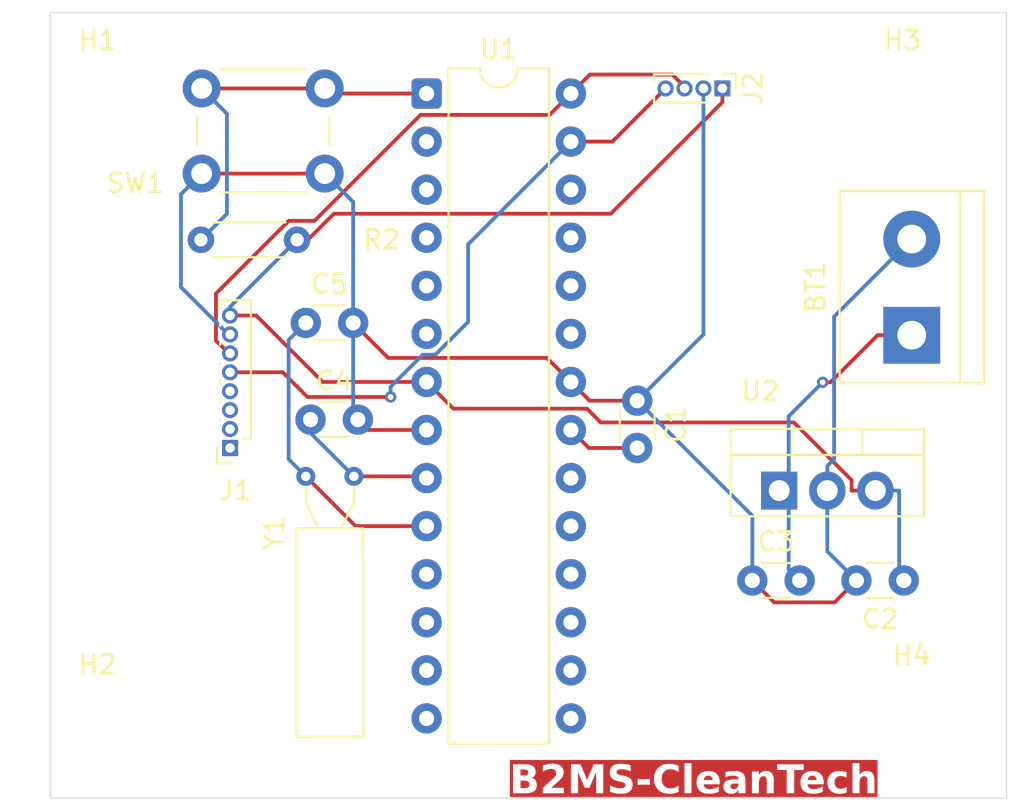
<source format=kicad_pcb>
(kicad_pcb (version 20241229) (generator "pcbnew") (generator_version "9.0")
  (layers (0 "F.Cu" signal) (2 "B.Cu" signal) (13 "F.Paste" user) (15 "B.Paste" user) (5 "F.SilkS" user "F.Silkscreen") (7 "B.SilkS" user "B.Silkscreen") (1 "F.Mask" user) (3 "B.Mask" user) (25 "Edge.Cuts" user))
  (net 0 "")
  (net 1 "GND")
  (net 2 "Vin")
  (net 3 "Net-(U1-AREF)")
  (net 4 "SCL")
  (net 5 "VCC")
  (net 7 "SDA")
  (net 10 "Net-(U1-~{RESET}{slash}PC6)")
  (net 13 "Net-(U1-XTAL1{slash}PB6)")
  (net 29 "Net-(U1-XTAL2{slash}PB7)")
  (footprint "Capacitor_THT:C_Disc_D3.0mm_W1.6mm_P2.50mm" (layer "F.Cu") (at 130 84.5 -90)
    (property "Reference" "C1" (at 1.25 -2.05 90) (layer "F.SilkS"))
    (property "Value" "0.1uF")
    (fp_line (start 0.485 0.92) (end 2.015 0.92) (stroke (width 0.12)) (layer "F.SilkS"))
    (fp_line (start 0.485 -0.92) (end 2.015 -0.92) (stroke (width 0.12)) (layer "F.SilkS"))
    (pad "1" thru_hole circle (at 0 0 270) (size 1.6 1.6) (drill 0.8) (layers "*.Cu" "*.Mask") (net 1 "GND"))
    (pad "2" thru_hole circle (at 2.5 0 270) (size 1.6 1.6) (drill 0.8) (layers "*.Cu" "*.Mask") (net 3 "Net-(U1-AREF)"))
  )
  (footprint "Capacitor_THT:C_Disc_D3.0mm_W1.6mm_P2.50mm" (layer "F.Cu") (at 112.75 85.5)
    (property "Reference" "C4" (at 1.25 -2.05 0) (layer "F.SilkS"))
    (property "Value" "22pF")
    (fp_line (start 0.485 -0.92) (end 2.015 -0.92) (stroke (width 0.12)) (layer "F.SilkS"))
    (fp_line (start 0.485 0.92) (end 2.015 0.92) (stroke (width 0.12)) (layer "F.SilkS"))
    (pad "1" thru_hole circle (at 0 0) (size 1.6 1.6) (drill 0.8) (layers "*.Cu" "*.Mask") (net 13 "Net-(U1-XTAL1{slash}PB6)"))
    (pad "2" thru_hole circle (at 2.5 0) (size 1.6 1.6) (drill 0.8) (layers "*.Cu" "*.Mask") (net 1 "GND"))
  )
  (footprint "Capacitor_THT:C_Disc_D3.0mm_W1.6mm_P2.50mm" (layer "F.Cu") (at 144.08 94 180)
    (property "Reference" "C2" (at 1.25 -2.05 0) (layer "F.SilkS"))
    (property "Value" "100nF")
    (fp_line (start 0.485 0.92) (end 2.015 0.92) (stroke (width 0.12)) (layer "F.SilkS"))
    (fp_line (start 0.485 -0.92) (end 2.015 -0.92) (stroke (width 0.12)) (layer "F.SilkS"))
    (pad "1" thru_hole circle (at 0 0 180) (size 1.6 1.6) (drill 0.8) (layers "*.Cu" "*.Mask") (net 5 "VCC"))
    (pad "2" thru_hole circle (at 2.5 0 180) (size 1.6 1.6) (drill 0.8) (layers "*.Cu" "*.Mask") (net 1 "GND"))
  )
  (footprint "MountingHole:MountingHole_2.1mm" (layer "F.Cu") (at 144.5 101)
    (property "Reference" "H4" (at 0 -3.05 0) (layer "F.SilkS"))
    (property "Value" "MountingHole")
    (pad "" np_thru_hole circle (at 0 0) (size 2.1 2.1) (drill 2.1) (layers "*.Cu" "*.Mask"))
  )
  (footprint "MountingHole:MountingHole_2.1mm" (layer "F.Cu") (at 144 68.5)
    (property "Reference" "H3" (at 0 -3.05 0) (layer "F.SilkS"))
    (property "Value" "MountingHole")
    (pad "" np_thru_hole circle (at 0 0) (size 2.1 2.1) (drill 2.1) (layers "*.Cu" "*.Mask"))
  )
  (footprint "Button_Switch_THT:SW_PUSH_6mm" (layer "F.Cu") (at 113.5 72.5 180)
    (property "Reference" "SW1" (at 10 -0.5 0) (layer "F.SilkS"))
    (property "Value" "SW_Push")
    (fp_line (start 6.75 3) (end 6.75 1.5) (stroke (width 0.12)) (layer "F.SilkS"))
    (fp_line (start 5.5 -1) (end 1 -1) (stroke (width 0.12)) (layer "F.SilkS"))
    (fp_line (start 1 5.5) (end 5.5 5.5) (stroke (width 0.12)) (layer "F.SilkS"))
    (fp_line (start -0.25 1.5) (end -0.25 3) (stroke (width 0.12)) (layer "F.SilkS"))
    (pad "1" thru_hole circle (at 0 0 270) (size 2 2) (drill 1.1) (layers "*.Cu" "*.Mask") (net 1 "GND"))
    (pad "1" thru_hole circle (at 6.5 0 270) (size 2 2) (drill 1.1) (layers "*.Cu" "*.Mask") (net 1 "GND"))
    (pad "2" thru_hole circle (at 0 4.5 270) (size 2 2) (drill 1.1) (layers "*.Cu" "*.Mask") (net 10 "Net-(U1-~{RESET}{slash}PC6)"))
    (pad "2" thru_hole circle (at 6.5 4.5 270) (size 2 2) (drill 1.1) (layers "*.Cu" "*.Mask") (net 10 "Net-(U1-~{RESET}{slash}PC6)"))
  )
  (footprint "Package_DIP:DIP-28_W7.62mm" (layer "F.Cu") (at 118.88 68.27)
    (property "Reference" "U1" (at 3.81 -2.33 0) (layer "F.SilkS"))
    (property "Value" "ATmega328P-P")
    (fp_line (start 1.16 -1.33) (end 1.16 34.35) (stroke (width 0.12)) (layer "F.SilkS"))
    (fp_line (start 1.16 34.35) (end 6.46 34.35) (stroke (width 0.12)) (layer "F.SilkS"))
    (fp_line (start 2.81 -1.33) (end 1.16 -1.33) (stroke (width 0.12)) (layer "F.SilkS"))
    (fp_line (start 6.46 -1.33) (end 4.81 -1.33) (stroke (width 0.12)) (layer "F.SilkS"))
    (fp_line (start 6.46 34.35) (end 6.46 -1.33) (stroke (width 0.12)) (layer "F.SilkS"))
    (fp_arc (start 4.81 -1.33) (mid 3.81 -0.33) (end 2.81 -1.33) (stroke (width 0.12)) (layer "F.SilkS"))
    (pad "1" thru_hole roundrect (at 0 0) (size 1.6 1.6) (drill 0.8) (layers "*.Cu" "*.Mask") (roundrect_rratio 0.15625) (net 10 "Net-(U1-~{RESET}{slash}PC6)"))
    (pad "2" thru_hole circle (at 0 2.54) (size 1.6 1.6) (drill 0.8) (layers "*.Cu" "*.Mask"))
    (pad "3" thru_hole circle (at 0 5.08) (size 1.6 1.6) (drill 0.8) (layers "*.Cu" "*.Mask"))
    (pad "4" thru_hole circle (at 0 7.62) (size 1.6 1.6) (drill 0.8) (layers "*.Cu" "*.Mask"))
    (pad "5" thru_hole circle (at 0 10.16) (size 1.6 1.6) (drill 0.8) (layers "*.Cu" "*.Mask"))
    (pad "6" thru_hole circle (at 0 12.7) (size 1.6 1.6) (drill 0.8) (layers "*.Cu" "*.Mask"))
    (pad "7" thru_hole circle (at 0 15.24) (size 1.6 1.6) (drill 0.8) (layers "*.Cu" "*.Mask") (net 5 "VCC"))
    (pad "8" thru_hole circle (at 0 17.78) (size 1.6 1.6) (drill 0.8) (layers "*.Cu" "*.Mask") (net 1 "GND"))
    (pad "9" thru_hole circle (at 0 20.32) (size 1.6 1.6) (drill 0.8) (layers "*.Cu" "*.Mask") (net 13 "Net-(U1-XTAL1{slash}PB6)"))
    (pad "10" thru_hole circle (at 0 22.86) (size 1.6 1.6) (drill 0.8) (layers "*.Cu" "*.Mask") (net 29 "Net-(U1-XTAL2{slash}PB7)"))
    (pad "11" thru_hole circle (at 0 25.4) (size 1.6 1.6) (drill 0.8) (layers "*.Cu" "*.Mask"))
    (pad "12" thru_hole circle (at 0 27.94) (size 1.6 1.6) (drill 0.8) (layers "*.Cu" "*.Mask"))
    (pad "13" thru_hole circle (at 0 30.48) (size 1.6 1.6) (drill 0.8) (layers "*.Cu" "*.Mask"))
    (pad "14" thru_hole circle (at 0 33.02) (size 1.6 1.6) (drill 0.8) (layers "*.Cu" "*.Mask"))
    (pad "15" thru_hole circle (at 7.62 33.02) (size 1.6 1.6) (drill 0.8) (layers "*.Cu" "*.Mask"))
    (pad "16" thru_hole circle (at 7.62 30.48) (size 1.6 1.6) (drill 0.8) (layers "*.Cu" "*.Mask"))
    (pad "17" thru_hole circle (at 7.62 27.94) (size 1.6 1.6) (drill 0.8) (layers "*.Cu" "*.Mask"))
    (pad "18" thru_hole circle (at 7.62 25.4) (size 1.6 1.6) (drill 0.8) (layers "*.Cu" "*.Mask"))
    (pad "19" thru_hole circle (at 7.62 22.86) (size 1.6 1.6) (drill 0.8) (layers "*.Cu" "*.Mask"))
    (pad "20" thru_hole circle (at 7.62 20.32) (size 1.6 1.6) (drill 0.8) (layers "*.Cu" "*.Mask"))
    (pad "21" thru_hole circle (at 7.62 17.78) (size 1.6 1.6) (drill 0.8) (layers "*.Cu" "*.Mask") (net 3 "Net-(U1-AREF)"))
    (pad "22" thru_hole circle (at 7.62 15.24) (size 1.6 1.6) (drill 0.8) (layers "*.Cu" "*.Mask") (net 1 "GND"))
    (pad "23" thru_hole circle (at 7.62 12.7) (size 1.6 1.6) (drill 0.8) (layers "*.Cu" "*.Mask"))
    (pad "24" thru_hole circle (at 7.62 10.16) (size 1.6 1.6) (drill 0.8) (layers "*.Cu" "*.Mask"))
    (pad "25" thru_hole circle (at 7.62 7.62) (size 1.6 1.6) (drill 0.8) (layers "*.Cu" "*.Mask"))
    (pad "26" thru_hole circle (at 7.62 5.08) (size 1.6 1.6) (drill 0.8) (layers "*.Cu" "*.Mask"))
    (pad "27" thru_hole circle (at 7.62 2.54) (size 1.6 1.6) (drill 0.8) (layers "*.Cu" "*.Mask") (net 7 "SDA"))
    (pad "28" thru_hole circle (at 7.62 0) (size 1.6 1.6) (drill 0.8) (layers "*.Cu" "*.Mask") (net 4 "SCL"))
  )
  (footprint "Package_TO_SOT_THT:TO-220-3_Vertical" (layer "F.Cu") (at 137.5 89.25)
    (property "Reference" "U2" (at -1 -5.25 0) (layer "F.SilkS"))
    (property "Value" "LM7805_TO220")
    (fp_line (start -2.57 -3.26) (end -2.57 1.36) (stroke (width 0.12)) (layer "F.SilkS"))
    (fp_line (start -2.57 -3.26) (end 7.65 -3.26) (stroke (width 0.12)) (layer "F.SilkS"))
    (fp_line (start -2.57 -1.88) (end 7.65 -1.88) (stroke (width 0.12)) (layer "F.SilkS"))
    (fp_line (start -2.57 1.36) (end 7.65 1.36) (stroke (width 0.12)) (layer "F.SilkS"))
    (fp_line (start 0.69 -3.26) (end 0.69 -1.88) (stroke (width 0.12)) (layer "F.SilkS"))
    (fp_line (start 4.39 -3.26) (end 4.39 -1.88) (stroke (width 0.12)) (layer "F.SilkS"))
    (fp_line (start 7.65 -3.26) (end 7.65 1.36) (stroke (width 0.12)) (layer "F.SilkS"))
    (pad "1" thru_hole rect (at 0 0) (size 1.905 2) (drill 1.1) (layers "*.Cu" "*.Mask") (net 2 "Vin"))
    (pad "2" thru_hole oval (at 2.54 0) (size 1.905 2) (drill 1.1) (layers "*.Cu" "*.Mask") (net 1 "GND"))
    (pad "3" thru_hole oval (at 5.08 0) (size 1.905 2) (drill 1.1) (layers "*.Cu" "*.Mask") (net 5 "VCC"))
  )
  (footprint "Crystal:Crystal_AT310_D3.0mm_L10.0mm_Horizontal" (layer "F.Cu") (at 112.5 88.5)
    (property "Reference" "Y1" (at -1.67 3.0025 90) (layer "F.SilkS"))
    (property "Value" "Crystal")
    (fp_line (start 0 1.37) (end 0 0.56) (stroke (width 0.12)) (layer "F.SilkS"))
    (fp_line (start 0.67 2.74) (end 0 1.37) (stroke (width 0.12)) (layer "F.SilkS"))
    (fp_line (start 1.87 2.74) (end 2.54 1.37) (stroke (width 0.12)) (layer "F.SilkS"))
    (fp_line (start 2.54 1.37) (end 2.54 0.56) (stroke (width 0.12)) (layer "F.SilkS"))
    (fp_rect (start -0.49 2.74) (end 3.03 13.76) (stroke (width 0.12)) (fill no) (layer "F.SilkS"))
    (pad "1" thru_hole circle (at 0 0) (size 1 1) (drill 0.5) (layers "*.Cu" "*.Mask") (net 29 "Net-(U1-XTAL2{slash}PB7)"))
    (pad "2" thru_hole circle (at 2.54 0) (size 1 1) (drill 0.5) (layers "*.Cu" "*.Mask") (net 13 "Net-(U1-XTAL1{slash}PB6)"))
  )
  (footprint "MountingHole:MountingHole_2.1mm" (layer "F.Cu") (at 101.5 68.5)
    (property "Reference" "H1" (at 0 -3.05 0) (layer "F.SilkS"))
    (property "Value" "MountingHole")
    (pad "" np_thru_hole circle (at 0 0) (size 2.1 2.1) (drill 2.1) (layers "*.Cu" "*.Mask"))
  )
  (footprint "TerminalBlock:TerminalBlock_bornier-2_P5.08mm" (layer "F.Cu") (at 144.5 81.04 90)
    (property "Reference" "BT1" (at 2.54 -5.08 90) (layer "F.SilkS"))
    (property "Value" "Battery")
    (fp_line (start 7.62 -3.81) (end -2.54 -3.81) (stroke (width 0.12)) (layer "F.SilkS"))
    (fp_line (start -2.54 -3.81) (end -2.54 3.81) (stroke (width 0.12)) (layer "F.SilkS"))
    (fp_line (start 7.62 2.54) (end -2.54 2.54) (stroke (width 0.12)) (layer "F.SilkS"))
    (fp_line (start 7.62 3.81) (end 7.62 -3.81) (stroke (width 0.12)) (layer "F.SilkS"))
    (fp_line (start -2.54 3.81) (end 7.62 3.81) (stroke (width 0.12)) (layer "F.SilkS"))
    (pad "1" thru_hole rect (at 0 0 90) (size 3 3) (drill 1.52) (layers "*.Cu" "*.Mask") (net 2 "Vin"))
    (pad "2" thru_hole circle (at 5.08 0 90) (size 3 3) (drill 1.52) (layers "*.Cu" "*.Mask") (net 1 "GND"))
  )
  (footprint "MountingHole:MountingHole_2.1mm" (layer "F.Cu") (at 101.5 101.5)
    (property "Reference" "H2" (at 0 -3.05 0) (layer "F.SilkS"))
    (property "Value" "MountingHole")
    (pad "" np_thru_hole circle (at 0 0) (size 2.1 2.1) (drill 2.1) (layers "*.Cu" "*.Mask"))
  )
  (footprint "Connector_PinSocket_1.00mm:PinSocket_1x08_P1.00mm_Vertical" (layer "F.Cu") (at 108.5 87 180)
    (property "Reference" "J1" (at -0.29 -2.25 0) (layer "F.SilkS"))
    (property "Value" "Conn_01x08")
    (fp_line (start 0.685 -0.81) (end 0.685 0) (stroke (width 0.12)) (layer "F.SilkS"))
    (fp_line (start 0.52 7.445898) (end 0.52 7.81) (stroke (width 0.12)) (layer "F.SilkS"))
    (fp_line (start 0.52 6.445898) (end 0.52 6.554102) (stroke (width 0.12)) (layer "F.SilkS"))
    (fp_line (start 0.52 5.445898) (end 0.52 5.554102) (stroke (width 0.12)) (layer "F.SilkS"))
    (fp_line (start 0.52 4.445898) (end 0.52 4.554102) (stroke (width 0.12)) (layer "F.SilkS"))
    (fp_line (start 0.52 3.445898) (end 0.52 3.554102) (stroke (width 0.12)) (layer "F.SilkS"))
    (fp_line (start 0.52 2.445898) (end 0.52 2.554102) (stroke (width 0.12)) (layer "F.SilkS"))
    (fp_line (start 0.52 1.445898) (end 0.52 1.554102) (stroke (width 0.12)) (layer "F.SilkS"))
    (fp_line (start 0 -0.81) (end 0.685 -0.81) (stroke (width 0.12)) (layer "F.SilkS"))
    (fp_line (start -1.1 7.81) (end 0.52 7.81) (stroke (width 0.12)) (layer "F.SilkS"))
    (fp_line (start -1.1 0.5) (end -0.685 0.5) (stroke (width 0.12)) (layer "F.SilkS"))
    (fp_line (start -1.1 0.5) (end -1.1 7.81) (stroke (width 0.12)) (layer "F.SilkS"))
    (pad "1" thru_hole rect (at 0 0 180) (size 0.85 0.85) (drill 0.5) (layers "*.Cu" "*.Mask"))
    (pad "2" thru_hole circle (at 0 1 180) (size 0.85 0.85) (drill 0.5) (layers "*.Cu" "*.Mask"))
    (pad "3" thru_hole circle (at 0 2 180) (size 0.85 0.85) (drill 0.5) (layers "*.Cu" "*.Mask"))
    (pad "4" thru_hole circle (at 0 3 180) (size 0.85 0.85) (drill 0.5) (layers "*.Cu" "*.Mask"))
    (pad "5" thru_hole circle (at 0 4 180) (size 0.85 0.85) (drill 0.5) (layers "*.Cu" "*.Mask") (net 7 "SDA"))
    (pad "6" thru_hole circle (at 0 5 180) (size 0.85 0.85) (drill 0.5) (layers "*.Cu" "*.Mask") (net 4 "SCL"))
    (pad "7" thru_hole circle (at 0 6 180) (size 0.85 0.85) (drill 0.5) (layers "*.Cu" "*.Mask") (net 1 "GND"))
    (pad "8" thru_hole circle (at 0 7 180) (size 0.85 0.85) (drill 0.5) (layers "*.Cu" "*.Mask") (net 5 "VCC"))
  )
  (footprint "Capacitor_THT:C_Disc_D3.0mm_W1.6mm_P2.50mm" (layer "F.Cu") (at 112.5 80.39)
    (property "Reference" "C5" (at 1.25 -2.05 0) (layer "F.SilkS"))
    (property "Value" "22pF")
    (fp_line (start 0.485 -0.92) (end 2.015 -0.92) (stroke (width 0.12)) (layer "F.SilkS"))
    (fp_line (start 0.485 0.92) (end 2.015 0.92) (stroke (width 0.12)) (layer "F.SilkS"))
    (pad "1" thru_hole circle (at 0 0) (size 1.6 1.6) (drill 0.8) (layers "*.Cu" "*.Mask") (net 29 "Net-(U1-XTAL2{slash}PB7)"))
    (pad "2" thru_hole circle (at 2.5 0) (size 1.6 1.6) (drill 0.8) (layers "*.Cu" "*.Mask") (net 1 "GND"))
  )
  (footprint "Connector_PinHeader_1.00mm:PinHeader_1x04_P1.00mm_Vertical" (layer "F.Cu") (at 134.5 68 -90)
    (property "Reference" "J2" (at 0 -1.61 90) (layer "F.SilkS"))
    (property "Value" "Conn_01x04")
    (fp_line (start -0.745 3.61) (end -0.41003 3.61) (stroke (width 0.12)) (layer "F.SilkS"))
    (fp_line (start 0.41003 3.61) (end 0.745 3.61) (stroke (width 0.12)) (layer "F.SilkS"))
    (fp_line (start -0.745 0.735) (end -0.745 3.61) (stroke (width 0.12)) (layer "F.SilkS"))
    (fp_line (start -0.745 0.735) (end -0.685565 0.735) (stroke (width 0.12)) (layer "F.SilkS"))
    (fp_line (start 0.685565 0.735) (end 0.745 0.735) (stroke (width 0.12)) (layer "F.SilkS"))
    (fp_line (start 0.745 0.735) (end 0.745 3.61) (stroke (width 0.12)) (layer "F.SilkS"))
    (fp_line (start -0.745 0) (end -0.745 -0.735) (stroke (width 0.12)) (layer "F.SilkS"))
    (fp_line (start -0.745 -0.735) (end 0 -0.735) (stroke (width 0.12)) (layer "F.SilkS"))
    (pad "1" thru_hole rect (at 0 0 270) (size 0.85 0.85) (drill 0.5) (layers "*.Cu" "*.Mask") (net 5 "VCC"))
    (pad "2" thru_hole circle (at 0 1 270) (size 0.85 0.85) (drill 0.5) (layers "*.Cu" "*.Mask") (net 1 "GND"))
    (pad "3" thru_hole circle (at 0 2 270) (size 0.85 0.85) (drill 0.5) (layers "*.Cu" "*.Mask") (net 4 "SCL"))
    (pad "4" thru_hole circle (at 0 3 270) (size 0.85 0.85) (drill 0.5) (layers "*.Cu" "*.Mask") (net 7 "SDA"))
  )
  (footprint "Capacitor_THT:C_Disc_D3.0mm_W1.6mm_P2.50mm" (layer "F.Cu") (at 136.08 94)
    (property "Reference" "C3" (at 1.25 -2.05 0) (layer "F.SilkS"))
    (property "Value" "330nF")
    (fp_line (start 0.485 -0.92) (end 2.015 -0.92) (stroke (width 0.12)) (layer "F.SilkS"))
    (fp_line (start 0.485 0.92) (end 2.015 0.92) (stroke (width 0.12)) (layer "F.SilkS"))
    (pad "1" thru_hole circle (at 0 0) (size 1.6 1.6) (drill 0.8) (layers "*.Cu" "*.Mask") (net 1 "GND"))
    (pad "2" thru_hole circle (at 2.5 0) (size 1.6 1.6) (drill 0.8) (layers "*.Cu" "*.Mask") (net 2 "Vin"))
  )
  (footprint "Resistor_THT:R_Axial_DIN0204_L3.6mm_D1.6mm_P5.08mm_Horizontal" (layer "F.Cu") (at 106.96 76)
    (property "Reference" "R2" (at 9.54 0 0) (layer "F.SilkS"))
    (property "Value" "1k")
    (fp_line (start 0.62 -0.92) (end 4.46 -0.92) (stroke (width 0.12)) (layer "F.SilkS"))
    (fp_line (start 0.62 0.92) (end 4.46 0.92) (stroke (width 0.12)) (layer "F.SilkS"))
    (pad "1" thru_hole circle (at 0 0) (size 1.4 1.4) (drill 0.7) (layers "*.Cu" "*.Mask") (net 10 "Net-(U1-~{RESET}{slash}PC6)"))
    (pad "2" thru_hole circle (at 5.08 0) (size 1.4 1.4) (drill 0.7) (layers "*.Cu" "*.Mask") (net 5 "VCC"))
  )
  (gr_rect (start 99 64) (end 149.5 105.5) (stroke (width 0.05)) (fill no) (layer "Edge.Cuts"))
  (gr_text "B2MS-CleanTech" (at 123.25 105.5 0) (layer "F.Cu" knockout) (effects (font (size 1.5 1.5) (thickness 0.3) (bold yes)) (justify left bottom)))
  (segment (start 116.85 82.24) (end 125.23 82.24) (width 0.2) (layer "F.Cu") (net 1))
  (segment (start 130 84.5) (end 127.49 84.5) (width 0.2) (layer "F.Cu") (net 1))
  (segment (start 127.49 84.5) (end 126.5 83.51) (width 0.2) (layer "F.Cu") (net 1))
  (segment (start 115 80.39) (end 116.85 82.24) (width 0.2) (layer "F.Cu") (net 1))
  (segment (start 141.58 94) (end 140.4238 95.1562) (width 0.2) (layer "F.Cu") (net 1))
  (segment (start 118.88 86.05) (end 115.8 86.05) (width 0.2) (layer "F.Cu") (net 1))
  (segment (start 115.8 86.05) (end 115.25 85.5) (width 0.2) (layer "F.Cu") (net 1))
  (segment (start 113.5 72.5) (end 107 72.5) (width 0.2) (layer "F.Cu") (net 1))
  (segment (start 140.4238 95.1562) (end 137.2362 95.1562) (width 0.2) (layer "F.Cu") (net 1))
  (segment (start 125.23 82.24) (end 126.5 83.51) (width 0.2) (layer "F.Cu") (net 1))
  (segment (start 137.2362 95.1562) (end 136.08 94) (width 0.2) (layer "F.Cu") (net 1))
  (segment (start 105.9079 78.4985) (end 105.9079 73.5921) (width 0.2) (layer "B.Cu") (net 1))
  (segment (start 108.5 81) (end 108.4094 81) (width 0.2) (layer "B.Cu") (net 1))
  (segment (start 140.04 89.25) (end 140.04 92.46) (width 0.2) (layer "B.Cu") (net 1))
  (segment (start 108.4094 81) (end 105.9079 78.4985) (width 0.2) (layer "B.Cu") (net 1))
  (segment (start 140.04 89.25) (end 140.04 87.9483) (width 0.2) (layer "B.Cu") (net 1))
  (segment (start 115 80.39) (end 115 85.25) (width 0.2) (layer "B.Cu") (net 1))
  (segment (start 140.04 92.46) (end 141.58 94) (width 0.2) (layer "B.Cu") (net 1))
  (segment (start 140.3985 87.5898) (end 140.3985 80.0615) (width 0.2) (layer "B.Cu") (net 1))
  (segment (start 115 85.25) (end 115.25 85.5) (width 0.2) (layer "B.Cu") (net 1))
  (segment (start 115 74) (end 115 80.39) (width 0.2) (layer "B.Cu") (net 1))
  (segment (start 136.08 94) (end 136.08 90.58) (width 0.2) (layer "B.Cu") (net 1))
  (segment (start 140.04 87.9483) (end 140.3985 87.5898) (width 0.2) (layer "B.Cu") (net 1))
  (segment (start 136.08 90.58) (end 130 84.5) (width 0.2) (layer "B.Cu") (net 1))
  (segment (start 113.5 72.5) (end 115 74) (width 0.2) (layer "B.Cu") (net 1))
  (segment (start 105.9079 73.5921) (end 107 72.5) (width 0.2) (layer "B.Cu") (net 1))
  (segment (start 133.5 81) (end 130 84.5) (width 0.2) (layer "B.Cu") (net 1))
  (segment (start 133.5 68) (end 133.5 81) (width 0.2) (layer "B.Cu") (net 1))
  (segment (start 140.3985 80.0615) (end 144.5 75.96) (width 0.2) (layer "B.Cu") (net 1))
  (segment (start 144.5 81.04) (end 142.6983 81.04) (width 0.2) (layer "F.Cu") (net 2))
  (segment (start 142.6983 81.04) (end 140.2101 83.5282) (width 0.2) (layer "F.Cu") (net 2))
  (segment (start 140.2101 83.5282) (end 139.7968 83.5282) (width 0.2) (layer "F.Cu") (net 2))
  (via (at 139.7968 83.5282) (size 0.6) (drill 0.3) (layers "F.Cu" "B.Cu") (net 2))
  (segment (start 138.0021 93.4221) (end 138.58 94) (width 0.2) (layer "B.Cu") (net 2))
  (segment (start 139.7968 83.5282) (end 138.0021 85.3229) (width 0.2) (layer "B.Cu") (net 2))
  (segment (start 138.0021 85.3229) (end 138.0021 89.25) (width 0.2) (layer "B.Cu") (net 2))
  (segment (start 138.0021 89.25) (end 138.0021 93.4221) (width 0.2) (layer "B.Cu") (net 2))
  (segment (start 137.5 89.25) (end 138.0021 89.25) (width 0.2) (layer "B.Cu") (net 2))
  (segment (start 127.45 87) (end 130 87) (width 0.2) (layer "F.Cu") (net 3))
  (segment (start 126.5 86.05) (end 127.45 87) (width 0.2) (layer "F.Cu") (net 3))
  (segment (start 127.5031 67.2669) (end 126.5 68.27) (width 0.2) (layer "F.Cu") (net 4))
  (segment (start 107.7555 78.8413) (end 107.7555 81.325) (width 0.2) (layer "F.Cu") (net 4))
  (segment (start 118.5584 69.3989) (end 112.959 74.9983) (width 0.2) (layer "F.Cu") (net 4))
  (segment (start 125.3711 69.3989) (end 118.5584 69.3989) (width 0.2) (layer "F.Cu") (net 4))
  (segment (start 131.8576 67.2669) (end 127.5031 67.2669) (width 0.2) (layer "F.Cu") (net 4))
  (segment (start 108.4305 82) (end 108.5 82) (width 0.2) (layer "F.Cu") (net 4))
  (segment (start 132.5 67.9093) (end 131.8576 67.2669) (width 0.2) (layer "F.Cu") (net 4))
  (segment (start 132.5 68) (end 132.5 67.9093) (width 0.2) (layer "F.Cu") (net 4))
  (segment (start 112.959 74.9983) (end 111.5985 74.9983) (width 0.2) (layer "F.Cu") (net 4))
  (segment (start 126.5 68.27) (end 125.3711 69.3989) (width 0.2) (layer "F.Cu") (net 4))
  (segment (start 111.5985 74.9983) (end 107.7555 78.8413) (width 0.2) (layer "F.Cu") (net 4))
  (segment (start 107.7555 81.325) (end 108.4305 82) (width 0.2) (layer "F.Cu") (net 4))
  (segment (start 141.3258 89.25) (end 141.3258 88.7013) (width 0.2) (layer "F.Cu") (net 5))
  (segment (start 113.394 83.51) (end 109.884 80) (width 0.2) (layer "F.Cu") (net 5))
  (segment (start 112.04 76) (end 112.6079 76) (width 0.2) (layer "F.Cu") (net 5))
  (segment (start 109.884 80) (end 108.5 80) (width 0.2) (layer "F.Cu") (net 5))
  (segment (start 141.3258 88.7013) (end 138.2743 85.6498) (width 0.2) (layer "F.Cu") (net 5))
  (segment (start 128.6052 74.6215) (end 134.5 68.7267) (width 0.2) (layer "F.Cu") (net 5))
  (segment (start 113.9864 74.6215) (end 128.6052 74.6215) (width 0.2) (layer "F.Cu") (net 5))
  (segment (start 118.88 83.51) (end 113.394 83.51) (width 0.2) (layer "F.Cu") (net 5))
  (segment (start 127.3456 84.9215) (end 120.2915 84.9215) (width 0.2) (layer "F.Cu") (net 5))
  (segment (start 134.5 68) (end 134.5 68.7267) (width 0.2) (layer "F.Cu") (net 5))
  (segment (start 142.58 89.25) (end 141.3258 89.25) (width 0.2) (layer "F.Cu") (net 5))
  (segment (start 128.0739 85.6498) (end 127.3456 84.9215) (width 0.2) (layer "F.Cu") (net 5))
  (segment (start 138.2743 85.6498) (end 128.0739 85.6498) (width 0.2) (layer "F.Cu") (net 5))
  (segment (start 120.2915 84.9215) (end 118.88 83.51) (width 0.2) (layer "F.Cu") (net 5))
  (segment (start 112.6079 76) (end 113.9864 74.6215) (width 0.2) (layer "F.Cu") (net 5))
  (segment (start 142.58 89.25) (end 143.8342 89.25) (width 0.2) (layer "B.Cu") (net 5))
  (segment (start 108.5 79.54) (end 112.04 76) (width 0.2) (layer "B.Cu") (net 5))
  (segment (start 108.5 80) (end 108.5 79.54) (width 0.2) (layer "B.Cu") (net 5))
  (segment (start 143.8342 89.25) (end 143.8342 93.7542) (width 0.2) (layer "B.Cu") (net 5))
  (segment (start 143.8342 93.7542) (end 144.08 94) (width 0.2) (layer "B.Cu") (net 5))
  (segment (start 131.5 68) (end 128.69 70.81) (width 0.2) (layer "F.Cu") (net 7))
  (segment (start 116.9806 84.3048) (end 112.5866 84.3048) (width 0.2) (layer "F.Cu") (net 7))
  (segment (start 128.69 70.81) (end 126.5 70.81) (width 0.2) (layer "F.Cu") (net 7))
  (segment (start 112.5866 84.3048) (end 111.2818 83) (width 0.2) (layer "F.Cu") (net 7))
  (segment (start 111.2818 83) (end 108.5 83) (width 0.2) (layer "F.Cu") (net 7))
  (via (at 116.9806 84.3048) (size 0.6) (drill 0.3) (layers "F.Cu" "B.Cu") (net 7))
  (segment (start 119.3387 82.0717) (end 118.6754 82.0717) (width 0.2) (layer "B.Cu") (net 7))
  (segment (start 121.0715 80.3389) (end 119.3387 82.0717) (width 0.2) (layer "B.Cu") (net 7))
  (segment (start 121.0715 76.2385) (end 121.0715 80.3389) (width 0.2) (layer "B.Cu") (net 7))
  (segment (start 126.5 70.81) (end 121.0715 76.2385) (width 0.2) (layer "B.Cu") (net 7))
  (segment (start 116.9806 83.7665) (end 116.9806 84.3048) (width 0.2) (layer "B.Cu") (net 7))
  (segment (start 118.6754 82.0717) (end 116.9806 83.7665) (width 0.2) (layer "B.Cu") (net 7))
  (segment (start 118.88 68.27) (end 113.77 68.27) (width 0.2) (layer "F.Cu") (net 10))
  (segment (start 113.5 68) (end 107 68) (width 0.2) (layer "F.Cu") (net 10))
  (segment (start 113.77 68.27) (end 113.5 68) (width 0.2) (layer "F.Cu") (net 10))
  (segment (start 108.3358 69.3358) (end 107 68) (width 0.2) (layer "B.Cu") (net 10))
  (segment (start 106.96 76) (end 108.3358 74.6242) (width 0.2) (layer "B.Cu") (net 10))
  (segment (start 108.3358 74.6242) (end 108.3358 69.3358) (width 0.2) (layer "B.Cu") (net 10))
  (segment (start 118.79 88.5) (end 118.88 88.59) (width 0.2) (layer "F.Cu") (net 13))
  (segment (start 115.04 88.5) (end 118.79 88.5) (width 0.2) (layer "F.Cu") (net 13))
  (segment (start 112.75 85.5) (end 112.75 86.21) (width 0.2) (layer "B.Cu") (net 13))
  (segment (start 112.75 86.21) (end 115.04 88.5) (width 0.2) (layer "B.Cu") (net 13))
  (segment (start 115.13 91.13) (end 118.88 91.13) (width 0.2) (layer "F.Cu") (net 29))
  (segment (start 112.5 88.5) (end 115.13 91.13) (width 0.2) (layer "F.Cu") (net 29))
  (segment (start 112.5 80.39) (end 111.5958 81.2942) (width 0.2) (layer "B.Cu") (net 29))
  (segment (start 111.5958 87.5958) (end 112.5 88.5) (width 0.2) (layer "B.Cu") (net 29))
  (segment (start 111.5958 81.2942) (end 111.5958 87.5958) (width 0.2) (layer "B.Cu") (net 29))
)
</source>
